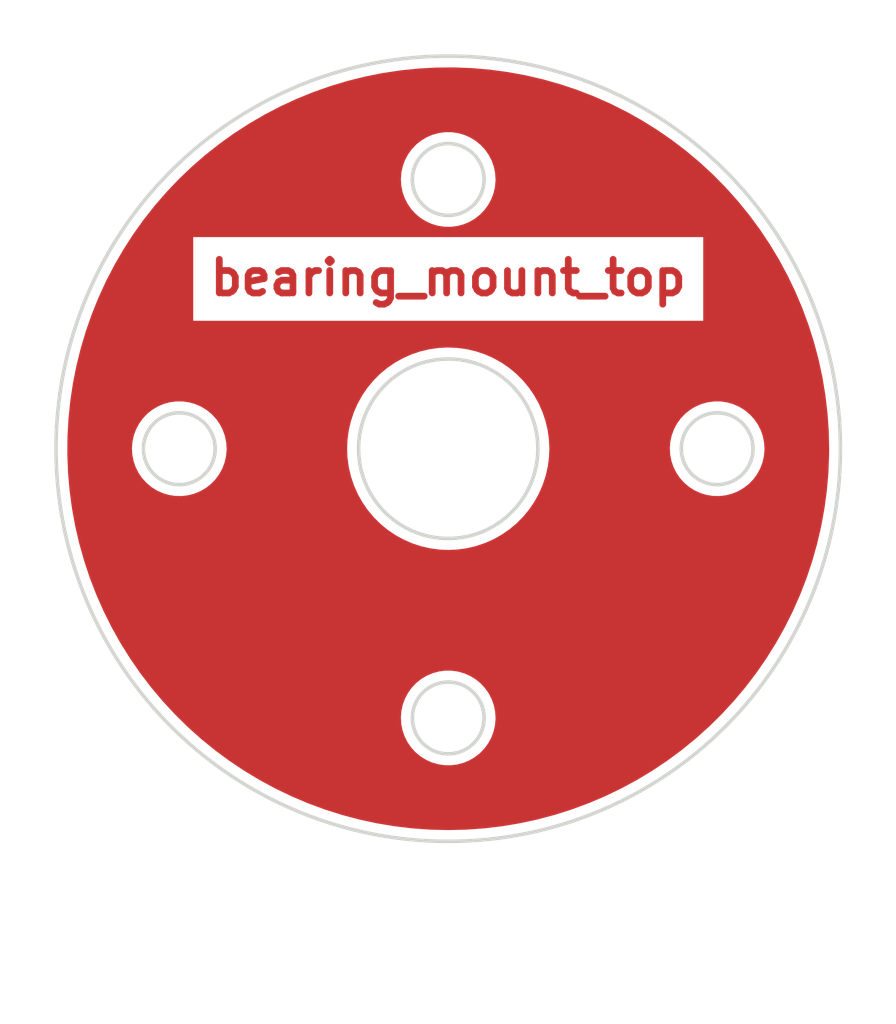
<source format=kicad_pcb>
(kicad_pcb (version 20201002) (generator pcbnew)

  (general
    (thickness 1.6)
  )

  (paper "A4")
  (layers
    (0 "F.Cu" signal)
    (31 "B.Cu" signal)
    (32 "B.Adhes" user "B.Adhesive")
    (33 "F.Adhes" user "F.Adhesive")
    (34 "B.Paste" user)
    (35 "F.Paste" user)
    (36 "B.SilkS" user "B.Silkscreen")
    (37 "F.SilkS" user "F.Silkscreen")
    (38 "B.Mask" user)
    (39 "F.Mask" user)
    (40 "Dwgs.User" user "User.Drawings")
    (41 "Cmts.User" user "User.Comments")
    (42 "Eco1.User" user "User.Eco1")
    (43 "Eco2.User" user "User.Eco2")
    (44 "Edge.Cuts" user)
    (45 "Margin" user)
    (46 "B.CrtYd" user "B.Courtyard")
    (47 "F.CrtYd" user "F.Courtyard")
    (48 "B.Fab" user)
    (49 "F.Fab" user)
  )

  (setup
    (grid_origin 150 100)
    (pcbplotparams
      (layerselection 0x00010fc_ffffffff)
      (usegerberextensions false)
      (usegerberattributes true)
      (usegerberadvancedattributes true)
      (creategerberjobfile true)
      (svguseinch false)
      (svgprecision 6)
      (excludeedgelayer true)
      (linewidth 0.100000)
      (plotframeref false)
      (viasonmask false)
      (mode 1)
      (useauxorigin false)
      (hpglpennumber 1)
      (hpglpenspeed 20)
      (hpglpendiameter 15.000000)
      (psnegative false)
      (psa4output false)
      (plotreference true)
      (plotvalue true)
      (plotinvisibletext false)
      (sketchpadsonfab false)
      (subtractmaskfromsilk false)
      (outputformat 1)
      (mirror false)
      (drillshape 0)
      (scaleselection 1)
      (outputdirectory "gerber")
    )
  )


  (net 0 "")

  (gr_circle (center 150 88) (end 148.4 88) (layer "Edge.Cuts") (width 0.16) (tstamp 3422c1b7-5d24-4f5c-93b6-e7bd71b9ab0d))
  (gr_circle (center 138 100) (end 136.4 100) (layer "Edge.Cuts") (width 0.16) (tstamp 36d01bd1-5a3d-44c9-b6cc-88fe686a1016))
  (gr_circle (center 150 100) (end 132.5 100) (layer "Edge.Cuts") (width 0.16) (tstamp 8eb4430d-28de-4ee8-81ce-c835b1ba8ac0))
  (gr_circle (center 150 112) (end 148.4 112) (layer "Edge.Cuts") (width 0.16) (tstamp b9e2ca6e-20c0-4eb8-9129-30374bdd1906))
  (gr_circle (center 150 100) (end 146 100) (layer "Edge.Cuts") (width 0.16) (tstamp e29440dc-cb46-4590-ba69-11f96081c756))
  (gr_circle (center 162 100) (end 160.4 100) (layer "Edge.Cuts") (width 0.16) (tstamp f656c8a2-80a7-45e1-ab68-3438251aa264))
  (gr_text "bearing_mount_top" (at 150 92.38) (layer "F.Cu") (tstamp e9e57226-cdf4-43eb-88a6-37b6b8e53b4c)
    (effects (font (size 1.5 1.5) (thickness 0.3)))
  )
  (dimension (type aligned) (layer "Dwgs.User") (tstamp 7919ada7-dd1f-44f7-8a87-2a780134bb25)
    (pts (xy 132.5 100) (xy 167.5 100))
    (height 25)
    (gr_text "35.0 mm" (at 150 126.15) (layer "Dwgs.User") (tstamp 0ab41c9b-9fa4-41f5-a765-ffa93618b87e)
      (effects (font (size 1 1) (thickness 0.15)))
    )
    (format (units 2) (units_format 1) (precision 1))
    (style (thickness 0.15) (arrow_length 1.27) (text_position_mode 0) (extension_height 0.58642) (extension_offset 0.5) keep_text_aligned)
  )

  (zone (net 0) (net_name "") (layer "F.Cu") (tstamp 85ad3d0a-2852-4bf9-a422-cdf05fc54c78) (hatch edge 0.508)
    (connect_pads (clearance 0.508))
    (min_thickness 0.254)
    (fill yes (thermal_gap 0.508) (thermal_bridge_width 0.508))
    (polygon
      (pts
        (xy 170 120)
        (xy 130 120)
        (xy 130 80)
        (xy 170 80)
      )
    )
    (filled_polygon
      (layer "F.Cu")
      (island)
      (pts
        (xy 151.05931 83.162826)
        (xy 151.851259 83.231416)
        (xy 152.639127 83.337239)
        (xy 153.421115 83.480055)
        (xy 154.195522 83.659553)
        (xy 154.960586 83.875324)
        (xy 155.714683 84.12691)
        (xy 156.45603 84.413716)
        (xy 157.183098 84.735148)
        (xy 157.894208 85.09047)
        (xy 158.587755 85.478875)
        (xy 159.262263 85.899537)
        (xy 159.916216 86.351512)
        (xy 160.548138 86.833779)
        (xy 161.15663 87.34527)
        (xy 161.740371 87.884874)
        (xy 162.298042 88.451375)
        (xy 162.828415 89.043523)
        (xy 163.33028 89.659969)
        (xy 163.802562 90.299387)
        (xy 164.244209 90.960358)
        (xy 164.654214 91.641374)
        (xy 165.031698 92.340975)
        (xy 165.375791 93.057546)
        (xy 165.685765 93.789577)
        (xy 165.960901 94.535366)
        (xy 166.200599 95.293282)
        (xy 166.404332 96.061667)
        (xy 166.571644 96.838796)
        (xy 166.702158 97.622922)
        (xy 166.795595 98.412365)
        (xy 166.851737 99.205285)
        (xy 166.870488 100.000989)
        (xy 166.868423 100.263992)
        (xy 166.837174 101.05931)
        (xy 166.768584 101.851259)
        (xy 166.662761 102.639127)
        (xy 166.519945 103.421115)
        (xy 166.340447 104.195522)
        (xy 166.124676 104.960586)
        (xy 165.87309 105.714683)
        (xy 165.586284 106.45603)
        (xy 165.264852 107.183098)
        (xy 164.90953 107.894208)
        (xy 164.521125 108.587755)
        (xy 164.100463 109.262263)
        (xy 163.648488 109.916216)
        (xy 163.166221 110.548138)
        (xy 162.65473 111.15663)
        (xy 162.115126 111.740371)
        (xy 161.548625 112.298042)
        (xy 160.956477 112.828415)
        (xy 160.340031 113.33028)
        (xy 159.700613 113.802562)
        (xy 159.039642 114.244209)
        (xy 158.358626 114.654214)
        (xy 157.659025 115.031698)
        (xy 156.942454 115.375791)
        (xy 156.210423 115.685765)
        (xy 155.464634 115.960901)
        (xy 154.706718 116.200599)
        (xy 153.938333 116.404332)
        (xy 153.161204 116.571644)
        (xy 152.377078 116.702158)
        (xy 151.587635 116.795595)
        (xy 150.794715 116.851737)
        (xy 150 116.870465)
        (xy 149.205285 116.851737)
        (xy 148.412365 116.795595)
        (xy 147.622922 116.702158)
        (xy 146.838796 116.571644)
        (xy 146.061667 116.404332)
        (xy 145.293282 116.200599)
        (xy 144.535366 115.960901)
        (xy 143.789577 115.685765)
        (xy 143.057546 115.375791)
        (xy 142.340975 115.031698)
        (xy 141.641374 114.654214)
        (xy 140.960358 114.244209)
        (xy 140.299387 113.802562)
        (xy 139.659969 113.33028)
        (xy 139.043523 112.828415)
        (xy 138.451375 112.298042)
        (xy 138.133501 111.985122)
        (xy 147.760825 111.985122)
        (xy 147.767942 112.108537)
        (xy 147.777375 112.272145)
        (xy 147.779523 112.28915)
        (xy 147.834873 112.571272)
        (xy 147.839309 112.587827)
        (xy 147.932435 112.859827)
        (xy 147.939077 112.875628)
        (xy 148.068257 113.132473)
        (xy 148.076982 113.147226)
        (xy 148.239824 113.384163)
        (xy 148.25047 113.397596)
        (xy 148.443961 113.61024)
        (xy 148.456333 113.622103)
        (xy 148.676894 113.80652)
        (xy 148.69076 113.816594)
        (xy 148.934308 113.969372)
        (xy 148.949413 113.977472)
        (xy 149.211442 114.095782)
        (xy 149.227507 114.101756)
        (xy 149.503168 114.183411)
        (xy 149.519895 114.18715)
        (xy 149.804088 114.230638)
        (xy 149.821168 114.232072)
        (xy 150.108633 114.236588)
        (xy 150.12575 114.235691)
        (xy 150.411168 114.201151)
        (xy 150.428003 114.19794)
        (xy 150.706094 114.124985)
        (xy 150.722339 114.119518)
        (xy 150.987954 114.009496)
        (xy 151.003306 114.001875)
        (xy 151.251533 113.856823)
        (xy 151.265709 113.847189)
        (xy 151.491954 113.669791)
        (xy 151.504692 113.658322)
        (xy 151.704767 113.45186)
        (xy 151.71583 113.438769)
        (xy 151.886034 113.207064)
        (xy 151.895218 113.192592)
        (xy 152.032402 112.939931)
        (xy 152.039537 112.924347)
        (xy 152.141161 112.655407)
        (xy 152.146115 112.638998)
        (xy 152.210299 112.358753)
        (xy 152.21298 112.341825)
        (xy 152.238537 112.055463)
        (xy 152.239029 112.045583)
        (xy 152.239493 112.001321)
        (xy 152.239208 111.99143)
        (xy 152.219654 111.704595)
        (xy 152.217328 111.687614)
        (xy 152.159026 111.406087)
        (xy 152.154417 111.389578)
        (xy 152.058447 111.118568)
        (xy 152.05164 111.102838)
        (xy 151.919778 110.84736)
        (xy 151.910899 110.8327)
        (xy 151.745585 110.597481)
        (xy 151.734798 110.58416)
        (xy 151.53909 110.373554)
        (xy 151.526596 110.361821)
        (xy 151.304117 110.179723)
        (xy 151.290146 110.169794)
        (xy 151.045011 110.019576)
        (xy 151.029822 110.011636)
        (xy 150.766569 109.896075)
        (xy 150.750442 109.890269)
        (xy 150.47394 109.811506)
        (xy 150.457174 109.807942)
        (xy 150.172542 109.767433)
        (xy 150.155449 109.766178)
        (xy 149.867952 109.764673)
        (xy 149.850846 109.765749)
        (xy 149.565805 109.803275)
        (xy 149.549003 109.806663)
        (xy 149.271692 109.882527)
        (xy 149.255506 109.888163)
        (xy 148.991057 110.00096)
        (xy 148.975785 110.008742)
        (xy 148.729091 110.156385)
        (xy 148.715016 110.166167)
        (xy 148.490642 110.345925)
        (xy 148.478026 110.357526)
        (xy 148.280123 110.566071)
        (xy 148.269197 110.579278)
        (xy 148.101429 110.812753)
        (xy 148.092398 110.82732)
        (xy 147.957868 111.081403)
        (xy 147.950896 111.097061)
        (xy 147.852093 111.367051)
        (xy 147.847311 111.38351)
        (xy 147.786065 111.664412)
        (xy 147.783561 111.681368)
        (xy 147.761004 111.967982)
        (xy 147.760825 111.985122)
        (xy 138.133501 111.985122)
        (xy 137.884874 111.740371)
        (xy 137.34527 111.15663)
        (xy 136.833779 110.548138)
        (xy 136.351512 109.916216)
        (xy 135.899537 109.262263)
        (xy 135.478875 108.587755)
        (xy 135.09047 107.894208)
        (xy 134.735148 107.183098)
        (xy 134.413716 106.45603)
        (xy 134.12691 105.714683)
        (xy 133.875324 104.960586)
        (xy 133.659553 104.195522)
        (xy 133.480055 103.421115)
        (xy 133.337239 102.639127)
        (xy 133.231416 101.851259)
        (xy 133.162826 101.05931)
        (xy 133.131616 100.264984)
        (xy 133.133814 99.985122)
        (xy 135.760825 99.985122)
        (xy 135.767942 100.108537)
        (xy 135.777375 100.272145)
        (xy 135.779523 100.28915)
        (xy 135.834873 100.571272)
        (xy 135.839309 100.587827)
        (xy 135.932435 100.859827)
        (xy 135.939077 100.875628)
        (xy 136.068257 101.132473)
        (xy 136.076982 101.147226)
        (xy 136.239824 101.384163)
        (xy 136.25047 101.397596)
        (xy 136.443961 101.61024)
        (xy 136.456333 101.622103)
        (xy 136.676894 101.80652)
        (xy 136.69076 101.816594)
        (xy 136.934308 101.969372)
        (xy 136.949413 101.977472)
        (xy 137.211442 102.095782)
        (xy 137.227507 102.101756)
        (xy 137.503168 102.183411)
        (xy 137.519895 102.18715)
        (xy 137.804088 102.230638)
        (xy 137.821168 102.232072)
        (xy 138.108633 102.236588)
        (xy 138.12575 102.235691)
        (xy 138.411168 102.201151)
        (xy 138.428003 102.19794)
        (xy 138.706094 102.124985)
        (xy 138.722339 102.119518)
        (xy 138.987954 102.009496)
        (xy 139.003306 102.001875)
        (xy 139.251533 101.856823)
        (xy 139.265709 101.847189)
        (xy 139.491954 101.669791)
        (xy 139.504692 101.658322)
        (xy 139.704767 101.45186)
        (xy 139.71583 101.438769)
        (xy 139.886034 101.207064)
        (xy 139.895218 101.192592)
        (xy 140.032402 100.939931)
        (xy 140.039537 100.924347)
        (xy 140.141161 100.655407)
        (xy 140.146115 100.638998)
        (xy 140.210299 100.358753)
        (xy 140.21298 100.341825)
        (xy 140.238537 100.055463)
        (xy 140.239029 100.045583)
        (xy 140.239398 100.010369)
        (xy 145.360642 100.010369)
        (xy 145.360683 100.02202)
        (xy 145.369009 100.189258)
        (xy 145.381435 100.438865)
        (xy 145.382552 100.450462)
        (xy 145.441719 100.863608)
        (xy 145.443902 100.875053)
        (xy 145.540979 101.280967)
        (xy 145.54421 101.292162)
        (xy 145.678367 101.687373)
        (xy 145.682618 101.69822)
        (xy 145.852706 102.07935)
        (xy 145.857941 102.089759)
        (xy 146.062508 102.453549)
        (xy 146.068682 102.46343)
        (xy 146.305977 102.806768)
        (xy 146.313038 102.816036)
        (xy 146.581034 103.135987)
        (xy 146.58892 103.144563)
        (xy 146.885323 103.438391)
        (xy 146.893968 103.446203)
        (xy 147.216246 103.711396)
        (xy 147.225576 103.718375)
        (xy 147.570972 103.952665)
        (xy 147.580905 103.958752)
        (xy 147.946465 104.160137)
        (xy 147.95692 104.165282)
        (xy 148.33952 104.332038)
        (xy 148.350404 104.336194)
        (xy 148.746771 104.466896)
        (xy 148.757993 104.470029)
        (xy 149.164739 104.56356)
        (xy 149.176203 104.565644)
        (xy 149.58985 104.621204)
        (xy 149.601457 104.622219)
        (xy 150.018467 104.639332)
        (xy 150.030117 104.639271)
        (xy 150.446924 104.617792)
        (xy 150.45852 104.616655)
        (xy 150.871562 104.556767)
        (xy 150.883003 104.554564)
        (xy 151.288747 104.456779)
        (xy 151.299936 104.453528)
        (xy 151.694913 104.318682)
        (xy 151.705753 104.314412)
        (xy 152.086586 104.143658)
        (xy 152.096986 104.138405)
        (xy 152.460417 103.933204)
        (xy 152.470287 103.927012)
        (xy 152.813211 103.689117)
        (xy 152.822466 103.682041)
        (xy 153.141949 103.413488)
        (xy 153.150512 103.405586)
        (xy 153.443822 103.10867)
        (xy 153.451618 103.100012)
        (xy 153.716248 102.777272)
        (xy 153.723211 102.767931)
        (xy 153.956899 102.422127)
        (xy 153.96297 102.412181)
        (xy 154.163715 102.046269)
        (xy 154.16884 102.035807)
        (xy 154.334929 101.652917)
        (xy 154.339067 101.642025)
        (xy 154.469077 101.24543)
        (xy 154.47219 101.234202)
        (xy 154.565011 100.827294)
        (xy 154.567075 100.815827)
        (xy 154.621912 100.402084)
        (xy 154.622889 100.390915)
        (xy 154.639385 100.005386)
        (xy 154.639365 99.994174)
        (xy 154.638947 99.985122)
        (xy 159.760825 99.985122)
        (xy 159.767942 100.108537)
        (xy 159.777375 100.272145)
        (xy 159.779523 100.28915)
        (xy 159.834873 100.571272)
        (xy 159.839309 100.587827)
        (xy 159.932435 100.859827)
        (xy 159.939077 100.875628)
        (xy 160.068257 101.132473)
        (xy 160.076982 101.147226)
        (xy 160.239824 101.384163)
        (xy 160.25047 101.397596)
        (xy 160.443961 101.61024)
        (xy 160.456333 101.622103)
        (xy 160.676894 101.80652)
        (xy 160.69076 101.816594)
        (xy 160.934308 101.969372)
        (xy 160.949413 101.977472)
        (xy 161.211442 102.095782)
        (xy 161.227507 102.101756)
        (xy 161.503168 102.183411)
        (xy 161.519895 102.18715)
        (xy 161.804088 102.230638)
        (xy 161.821168 102.232072)
        (xy 162.108633 102.236588)
        (xy 162.12575 102.235691)
        (xy 162.411168 102.201151)
        (xy 162.428003 102.19794)
        (xy 162.706094 102.124985)
        (xy 162.722339 102.119518)
        (xy 162.987954 102.009496)
        (xy 163.003306 102.001875)
        (xy 163.251533 101.856823)
        (xy 163.265709 101.847189)
        (xy 163.491954 101.669791)
        (xy 163.504692 101.658322)
        (xy 163.704767 101.45186)
        (xy 163.71583 101.438769)
        (xy 163.886034 101.207064)
        (xy 163.895218 101.192592)
        (xy 164.032402 100.939931)
        (xy 164.039537 100.924347)
        (xy 164.141161 100.655407)
        (xy 164.146115 100.638998)
        (xy 164.210299 100.358753)
        (xy 164.21298 100.341825)
        (xy 164.238537 100.055463)
        (xy 164.239029 100.045583)
        (xy 164.239493 100.001321)
        (xy 164.239208 99.99143)
        (xy 164.219654 99.704595)
        (xy 164.217328 99.687614)
        (xy 164.159026 99.406087)
        (xy 164.154417 99.389578)
        (xy 164.058447 99.118568)
        (xy 164.05164 99.102838)
        (xy 163.919778 98.84736)
        (xy 163.910899 98.8327)
        (xy 163.745585 98.597481)
        (xy 163.734798 98.58416)
        (xy 163.53909 98.373554)
        (xy 163.526596 98.361821)
        (xy 163.304117 98.179723)
        (xy 163.290146 98.169794)
        (xy 163.045011 98.019576)
        (xy 163.029822 98.011636)
        (xy 162.766569 97.896075)
        (xy 162.750442 97.890269)
        (xy 162.47394 97.811506)
        (xy 162.457174 97.807942)
        (xy 162.172542 97.767433)
        (xy 162.155449 97.766178)
        (xy 161.867952 97.764673)
        (xy 161.850846 97.765749)
        (xy 161.565805 97.803275)
        (xy 161.549003 97.806663)
        (xy 161.271692 97.882527)
        (xy 161.255506 97.888163)
        (xy 160.991057 98.00096)
        (xy 160.975785 98.008742)
        (xy 160.729091 98.156385)
        (xy 160.715016 98.166167)
        (xy 160.490642 98.345925)
        (xy 160.478026 98.357526)
        (xy 160.280123 98.566071)
        (xy 160.269197 98.579278)
        (xy 160.101429 98.812753)
        (xy 160.092398 98.82732)
        (xy 159.957868 99.081403)
        (xy 159.950896 99.097061)
        (xy 159.852093 99.367051)
        (xy 159.847311 99.38351)
        (xy 159.786065 99.664412)
        (xy 159.783561 99.681368)
        (xy 159.761004 99.967982)
        (xy 159.760825 99.985122)
        (xy 154.638947 99.985122)
        (xy 154.620068 99.577259)
        (xy 154.618992 99.565658)
        (xy 154.561268 99.152309)
        (xy 154.559125 99.140857)
        (xy 154.463465 98.734606)
        (xy 154.460273 98.7234)
        (xy 154.327497 98.327723)
        (xy 154.323284 98.316861)
        (xy 154.154527 97.935139)
        (xy 154.149328 97.924712)
        (xy 153.946033 97.560211)
        (xy 153.939893 97.550308)
        (xy 153.703797 97.206144)
        (xy 153.696769 97.196852)
        (xy 153.429892 96.875967)
        (xy 153.422036 96.867363)
        (xy 153.12666 96.572502)
        (xy 153.118042 96.56466)
        (xy 152.796692 96.298344)
        (xy 152.787387 96.291333)
        (xy 152.442811 96.055838)
        (xy 152.432898 96.049715)
        (xy 152.068043 95.847056)
        (xy 152.057607 95.841876)
        (xy 151.675592 95.673785)
        (xy 151.664722 95.66959)
        (xy 151.268813 95.537505)
        (xy 151.257602 95.534333)
        (xy 150.851185 95.439383)
        (xy 150.839729 95.43726)
        (xy 150.426279 95.380257)
        (xy 150.414676 95.379201)
        (xy 149.997728 95.360632)
        (xy 149.986077 95.360652)
        (xy 149.569197 95.380676)
        (xy 149.557597 95.381773)
        (xy 149.144349 95.440219)
        (xy 149.132901 95.442382)
        (xy 148.726818 95.53875)
        (xy 148.715618 95.541961)
        (xy 148.320173 95.675428)
        (xy 148.309318 95.679661)
        (xy 147.927891 95.849084)
        (xy 147.917473 95.854301)
        (xy 147.553328 96.058232)
        (xy 147.543436 96.064388)
        (xy 147.199684 96.301084)
        (xy 147.190404 96.308129)
        (xy 146.869986 96.575566)
        (xy 146.861396 96.583437)
        (xy 146.56705 96.879327)
        (xy 146.559223 96.887958)
        (xy 146.293468 97.209772)
        (xy 146.286473 97.21909)
        (xy 146.05158 97.564077)
        (xy 146.045475 97.574)
        (xy 145.843453 97.939208)
        (xy 145.83829 97.949653)
        (xy 145.670867 98.331961)
        (xy 145.666692 98.342839)
        (xy 145.535298 98.738978)
        (xy 145.532145 98.750194)
        (xy 145.437904 99.156776)
        (xy 145.435801 99.168236)
        (xy 145.37952 99.581785)
        (xy 145.378484 99.59339)
        (xy 145.360642 100.010369)
        (xy 140.239398 100.010369)
        (xy 140.239493 100.001321)
        (xy 140.239208 99.99143)
        (xy 140.219654 99.704595)
        (xy 140.217328 99.687614)
        (xy 140.159026 99.406087)
        (xy 140.154417 99.389578)
        (xy 140.058447 99.118568)
        (xy 140.05164 99.102838)
        (xy 139.919778 98.84736)
        (xy 139.910899 98.8327)
        (xy 139.745585 98.597481)
        (xy 139.734798 98.58416)
        (xy 139.53909 98.373554)
        (xy 139.526596 98.361821)
        (xy 139.304117 98.179723)
        (xy 139.290146 98.169794)
        (xy 139.045011 98.019576)
        (xy 139.029822 98.011636)
        (xy 138.766569 97.896075)
        (xy 138.750442 97.890269)
        (xy 138.47394 97.811506)
        (xy 138.457174 97.807942)
        (xy 138.172542 97.767433)
        (xy 138.155449 97.766178)
        (xy 137.867952 97.764673)
        (xy 137.850846 97.765749)
        (xy 137.565805 97.803275)
        (xy 137.549003 97.806663)
        (xy 137.271692 97.882527)
        (xy 137.255506 97.888163)
        (xy 136.991057 98.00096)
        (xy 136.975785 98.008742)
        (xy 136.729091 98.156385)
        (xy 136.715016 98.166167)
        (xy 136.490642 98.345925)
        (xy 136.478026 98.357526)
        (xy 136.280123 98.566071)
        (xy 136.269197 98.579278)
        (xy 136.101429 98.812753)
        (xy 136.092398 98.82732)
        (xy 135.957868 99.081403)
        (xy 135.950896 99.097061)
        (xy 135.852093 99.367051)
        (xy 135.847311 99.38351)
        (xy 135.786065 99.664412)
        (xy 135.783561 99.681368)
        (xy 135.761004 99.967982)
        (xy 135.760825 99.985122)
        (xy 133.133814 99.985122)
        (xy 133.13786 99.470096)
        (xy 133.181542 98.676353)
        (xy 133.262563 97.885575)
        (xy 133.380749 97.099469)
        (xy 133.53583 96.319824)
        (xy 133.727469 95.548334)
        (xy 133.955229 94.786756)
        (xy 134.21863 94.036702)
        (xy 134.517053 93.29993)
        (xy 134.849856 92.578024)
        (xy 135.216301 91.872589)
        (xy 135.615558 91.185215)
        (xy 136.015058 90.5665)
        (xy 138.494072 90.5665)
        (xy 138.494072 94.2985)
        (xy 138.514074 94.366621)
        (xy 138.56773 94.413114)
        (xy 138.620072 94.4245)
        (xy 161.379929 94.4245)
        (xy 161.44805 94.404498)
        (xy 161.494543 94.350842)
        (xy 161.505929 94.2985)
        (xy 161.505929 90.5665)
        (xy 161.485927 90.498379)
        (xy 161.432271 90.451886)
        (xy 161.379929 90.4405)
        (xy 138.620072 90.4405)
        (xy 138.551951 90.460502)
        (xy 138.505458 90.514158)
        (xy 138.494072 90.5665)
        (xy 136.015058 90.5665)
        (xy 136.046768 90.51739)
        (xy 136.508949 89.870631)
        (xy 137.001085 89.24636)
        (xy 137.522075 88.645971)
        (xy 138.07078 88.07078)
        (xy 138.160572 87.985122)
        (xy 147.760825 87.985122)
        (xy 147.767942 88.108537)
        (xy 147.777375 88.272145)
        (xy 147.779523 88.28915)
        (xy 147.834873 88.571272)
        (xy 147.839309 88.587827)
        (xy 147.932435 88.859827)
        (xy 147.939077 88.875628)
        (xy 148.068257 89.132473)
        (xy 148.076982 89.147226)
        (xy 148.239824 89.384163)
        (xy 148.25047 89.397596)
        (xy 148.443961 89.61024)
        (xy 148.456333 89.622103)
        (xy 148.676894 89.80652)
        (xy 148.69076 89.816594)
        (xy 148.934308 89.969372)
        (xy 148.949413 89.977472)
        (xy 149.211442 90.095782)
        (xy 149.227507 90.101756)
        (xy 149.503168 90.183411)
        (xy 149.519895 90.18715)
        (xy 149.804088 90.230638)
        (xy 149.821168 90.232072)
        (xy 150.108633 90.236588)
        (xy 150.12575 90.235691)
        (xy 150.411168 90.201151)
        (xy 150.428003 90.19794)
        (xy 150.706094 90.124985)
        (xy 150.722339 90.119518)
        (xy 150.987954 90.009496)
        (xy 151.003306 90.001875)
        (xy 151.251533 89.856823)
        (xy 151.265709 89.847189)
        (xy 151.491954 89.669791)
        (xy 151.504692 89.658322)
        (xy 151.704767 89.45186)
        (xy 151.71583 89.438769)
        (xy 151.886034 89.207064)
        (xy 151.895218 89.192592)
        (xy 152.032402 88.939931)
        (xy 152.039537 88.924347)
        (xy 152.141161 88.655407)
        (xy 152.146115 88.638998)
        (xy 152.210299 88.358753)
        (xy 152.21298 88.341825)
        (xy 152.238537 88.055463)
        (xy 152.239029 88.045583)
        (xy 152.239493 88.001321)
        (xy 152.239208 87.99143)
        (xy 152.219654 87.704595)
        (xy 152.217328 87.687614)
        (xy 152.159026 87.406087)
        (xy 152.154417 87.389578)
        (xy 152.058447 87.118568)
        (xy 152.05164 87.102838)
        (xy 151.919778 86.84736)
        (xy 151.910899 86.8327)
        (xy 151.745585 86.597481)
        (xy 151.734798 86.58416)
        (xy 151.53909 86.373554)
        (xy 151.526596 86.361821)
        (xy 151.304117 86.179723)
        (xy 151.290146 86.169794)
        (xy 151.045011 86.019576)
        (xy 151.029822 86.011636)
        (xy 150.766569 85.896075)
        (xy 150.750442 85.890269)
        (xy 150.47394 85.811506)
        (xy 150.457174 85.807942)
        (xy 150.172542 85.767433)
        (xy 150.155449 85.766178)
        (xy 149.867952 85.764673)
        (xy 149.850846 85.765749)
        (xy 149.565805 85.803275)
        (xy 149.549003 85.806663)
        (xy 149.271692 85.882527)
        (xy 149.255506 85.888163)
        (xy 148.991057 86.00096)
        (xy 148.975785 86.008742)
        (xy 148.729091 86.156385)
        (xy 148.715016 86.166167)
        (xy 148.490642 86.345925)
        (xy 148.478026 86.357526)
        (xy 148.280123 86.566071)
        (xy 148.269197 86.579278)
        (xy 148.101429 86.812753)
        (xy 148.092398 86.82732)
        (xy 147.957868 87.081403)
        (xy 147.950896 87.097061)
        (xy 147.852093 87.367051)
        (xy 147.847311 87.38351)
        (xy 147.786065 87.664412)
        (xy 147.783561 87.681368)
        (xy 147.761004 87.967982)
        (xy 147.760825 87.985122)
        (xy 138.160572 87.985122)
        (xy 138.645971 87.522075)
        (xy 139.24636 87.001085)
        (xy 139.870631 86.508949)
        (xy 140.51739 86.046768)
        (xy 141.185215 85.615558)
        (xy 141.872589 85.216301)
        (xy 142.578024 84.849856)
        (xy 143.29993 84.517053)
        (xy 144.036702 84.21863)
        (xy 144.786756 83.955229)
        (xy 145.548334 83.727469)
        (xy 146.319824 83.53583)
        (xy 147.099469 83.380749)
        (xy 147.885575 83.262563)
        (xy 148.676353 83.181542)
        (xy 149.470096 83.13786)
        (xy 150.264984 83.131616)
      )
    )
  )
)

</source>
